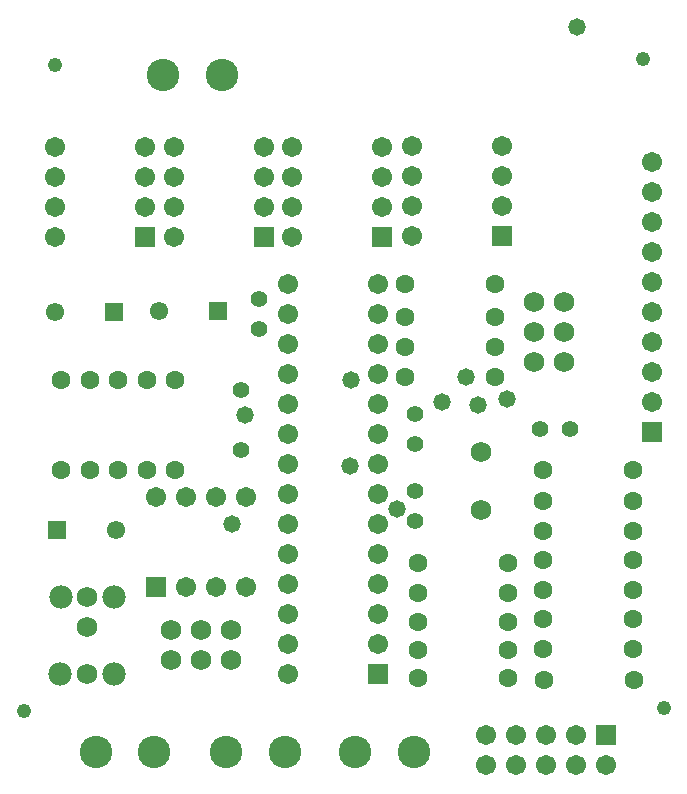
<source format=gbs>
%FSTAX23Y23*%
%MOIN*%
%SFA1B1*%

%IPPOS*%
%ADD30C,0.055200*%
%ADD31C,0.048000*%
%ADD32C,0.067100*%
%ADD33R,0.067100X0.067100*%
%ADD34C,0.108000*%
%ADD35R,0.067100X0.067100*%
%ADD36C,0.061200*%
%ADD37R,0.061200X0.061200*%
%ADD38C,0.063100*%
%ADD39C,0.068000*%
%ADD40C,0.078000*%
%ADD41C,0.058000*%
%LNaudio_adc-1*%
%LPD*%
G54D30*
X01705Y0236D03*
Y0216D03*
X01765Y02565D03*
Y02665D03*
X02285Y02025D03*
Y01925D03*
Y0228D03*
Y0218D03*
X027Y0223D03*
X028D03*
G54D31*
X03115Y013D03*
X0098Y0129D03*
X01085Y03445D03*
X03045Y03465D03*
G54D32*
X01085Y0317D03*
Y0307D03*
Y0297D03*
Y0287D03*
X01385Y0317D03*
Y0307D03*
Y0297D03*
X03075Y0242D03*
Y0312D03*
Y0302D03*
Y0292D03*
Y0282D03*
Y0272D03*
Y0262D03*
Y0252D03*
Y0232D03*
X0172Y02005D03*
X0162D03*
X0152D03*
X0142D03*
X0172Y01705D03*
X0162D03*
X0152D03*
X01875Y0317D03*
Y0307D03*
Y0297D03*
Y0287D03*
X02175Y0317D03*
Y0307D03*
Y0297D03*
X02275Y03175D03*
Y03075D03*
Y02975D03*
Y02875D03*
X02575Y03175D03*
Y03075D03*
Y02975D03*
X0148Y0317D03*
Y0307D03*
Y0297D03*
Y0287D03*
X0178Y0317D03*
Y0307D03*
Y0297D03*
X0216Y01515D03*
Y01615D03*
Y01715D03*
Y01815D03*
Y01915D03*
Y02015D03*
Y02115D03*
Y02215D03*
Y02315D03*
Y02415D03*
Y02515D03*
Y02615D03*
Y02715D03*
X0186Y01415D03*
Y01515D03*
Y01615D03*
Y01715D03*
Y01815D03*
Y01915D03*
Y02015D03*
Y02115D03*
Y02215D03*
Y02315D03*
Y02415D03*
Y02515D03*
Y02615D03*
Y02715D03*
X0292Y0111D03*
X0282Y0121D03*
Y0111D03*
X0272Y0121D03*
Y0111D03*
X0262Y0121D03*
Y0111D03*
X0252Y0121D03*
Y0111D03*
G54D33*
X01385Y0287D03*
X02175D03*
X02575Y02875D03*
X0178Y0287D03*
X0216Y01415D03*
X0292Y0121D03*
G54D34*
X01445Y0341D03*
X0164D03*
X0228Y01155D03*
X02085D03*
X0185D03*
X01655D03*
X01415D03*
X0122D03*
G54D35*
X03075Y0222D03*
X0142Y01705D03*
G54D36*
X01086Y0262D03*
X01288Y01895D03*
X01431Y02625D03*
G54D37*
X01283Y0262D03*
X01091Y01895D03*
X01628Y02625D03*
G54D38*
X01105Y02095D03*
Y02395D03*
X012D03*
Y02095D03*
X01295D03*
Y02395D03*
X02295Y01685D03*
X02595D03*
X02295Y01783D03*
X02595D03*
X0225Y02405D03*
X0255D03*
Y02504D03*
X0225D03*
Y02602D03*
X0255D03*
X0301Y01695D03*
X0271D03*
X0301Y01793D03*
X0271D03*
Y01891D03*
X0301D03*
Y0199D03*
X0271D03*
X0301Y02095D03*
X0271D03*
X01485D03*
Y02395D03*
X0139D03*
Y02095D03*
X02295Y014D03*
X02595D03*
X02295Y01495D03*
X02595D03*
X02295Y01586D03*
X02595D03*
X03015Y01395D03*
X02715D03*
X0301Y01498D03*
X0271D03*
X0301Y01596D03*
X0271D03*
X0255Y02715D03*
X0225D03*
G54D39*
X0268Y02455D03*
X0278D03*
Y02555D03*
X0268D03*
X0278Y02655D03*
X0268D03*
X0167Y0146D03*
Y0156D03*
X0157D03*
Y0146D03*
X0147Y0156D03*
Y0146D03*
X02505Y0196D03*
Y02155D03*
X0119Y0157D03*
Y0167D03*
Y01415D03*
G54D40*
X0128Y01415D03*
X01105Y0167D03*
X0128D03*
X011Y01415D03*
G54D41*
X02455Y02405D03*
X01718Y02278D03*
X02225Y01965D03*
X0207Y02395D03*
X01675Y01915D03*
X02067Y02108D03*
X02825Y0357D03*
X02495Y0231D03*
X02375Y02321D03*
X02592Y0233D03*
M02*
</source>
